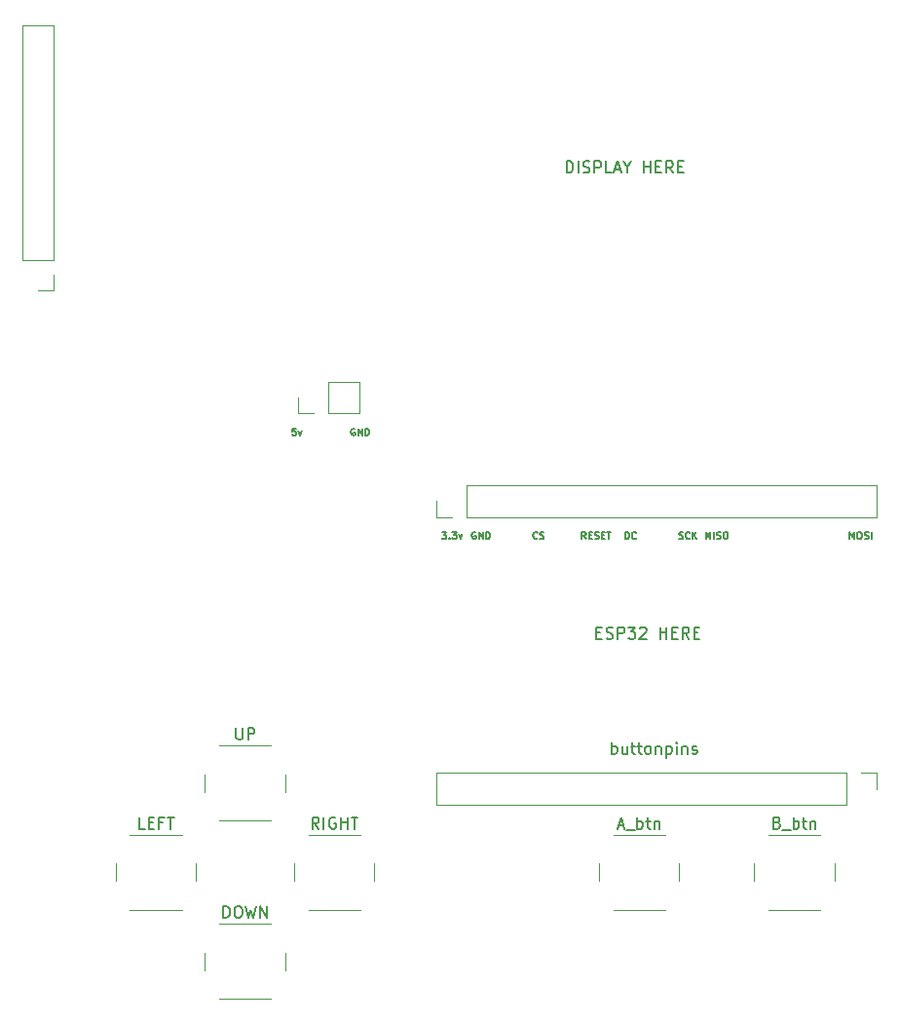
<source format=gbr>
%TF.GenerationSoftware,KiCad,Pcbnew,9.0.2*%
%TF.CreationDate,2025-08-31T18:29:42+02:00*%
%TF.ProjectId,PocketGamePCB,506f636b-6574-4476-916d-655043422e6b,rev?*%
%TF.SameCoordinates,Original*%
%TF.FileFunction,Legend,Top*%
%TF.FilePolarity,Positive*%
%FSLAX46Y46*%
G04 Gerber Fmt 4.6, Leading zero omitted, Abs format (unit mm)*
G04 Created by KiCad (PCBNEW 9.0.2) date 2025-08-31 18:29:42*
%MOMM*%
%LPD*%
G01*
G04 APERTURE LIST*
%ADD10C,0.150000*%
%ADD11C,0.120000*%
G04 APERTURE END LIST*
D10*
X169042857Y-97698342D02*
X168985715Y-97669771D01*
X168985715Y-97669771D02*
X168900000Y-97669771D01*
X168900000Y-97669771D02*
X168814286Y-97698342D01*
X168814286Y-97698342D02*
X168757143Y-97755485D01*
X168757143Y-97755485D02*
X168728572Y-97812628D01*
X168728572Y-97812628D02*
X168700000Y-97926914D01*
X168700000Y-97926914D02*
X168700000Y-98012628D01*
X168700000Y-98012628D02*
X168728572Y-98126914D01*
X168728572Y-98126914D02*
X168757143Y-98184057D01*
X168757143Y-98184057D02*
X168814286Y-98241200D01*
X168814286Y-98241200D02*
X168900000Y-98269771D01*
X168900000Y-98269771D02*
X168957143Y-98269771D01*
X168957143Y-98269771D02*
X169042857Y-98241200D01*
X169042857Y-98241200D02*
X169071429Y-98212628D01*
X169071429Y-98212628D02*
X169071429Y-98012628D01*
X169071429Y-98012628D02*
X168957143Y-98012628D01*
X169328572Y-98269771D02*
X169328572Y-97669771D01*
X169328572Y-97669771D02*
X169671429Y-98269771D01*
X169671429Y-98269771D02*
X169671429Y-97669771D01*
X169957143Y-98269771D02*
X169957143Y-97669771D01*
X169957143Y-97669771D02*
X170100000Y-97669771D01*
X170100000Y-97669771D02*
X170185714Y-97698342D01*
X170185714Y-97698342D02*
X170242857Y-97755485D01*
X170242857Y-97755485D02*
X170271428Y-97812628D01*
X170271428Y-97812628D02*
X170300000Y-97926914D01*
X170300000Y-97926914D02*
X170300000Y-98012628D01*
X170300000Y-98012628D02*
X170271428Y-98126914D01*
X170271428Y-98126914D02*
X170242857Y-98184057D01*
X170242857Y-98184057D02*
X170185714Y-98241200D01*
X170185714Y-98241200D02*
X170100000Y-98269771D01*
X170100000Y-98269771D02*
X169957143Y-98269771D01*
X174400000Y-98212628D02*
X174371428Y-98241200D01*
X174371428Y-98241200D02*
X174285714Y-98269771D01*
X174285714Y-98269771D02*
X174228571Y-98269771D01*
X174228571Y-98269771D02*
X174142857Y-98241200D01*
X174142857Y-98241200D02*
X174085714Y-98184057D01*
X174085714Y-98184057D02*
X174057143Y-98126914D01*
X174057143Y-98126914D02*
X174028571Y-98012628D01*
X174028571Y-98012628D02*
X174028571Y-97926914D01*
X174028571Y-97926914D02*
X174057143Y-97812628D01*
X174057143Y-97812628D02*
X174085714Y-97755485D01*
X174085714Y-97755485D02*
X174142857Y-97698342D01*
X174142857Y-97698342D02*
X174228571Y-97669771D01*
X174228571Y-97669771D02*
X174285714Y-97669771D01*
X174285714Y-97669771D02*
X174371428Y-97698342D01*
X174371428Y-97698342D02*
X174400000Y-97726914D01*
X174628571Y-98241200D02*
X174714286Y-98269771D01*
X174714286Y-98269771D02*
X174857143Y-98269771D01*
X174857143Y-98269771D02*
X174914286Y-98241200D01*
X174914286Y-98241200D02*
X174942857Y-98212628D01*
X174942857Y-98212628D02*
X174971428Y-98155485D01*
X174971428Y-98155485D02*
X174971428Y-98098342D01*
X174971428Y-98098342D02*
X174942857Y-98041200D01*
X174942857Y-98041200D02*
X174914286Y-98012628D01*
X174914286Y-98012628D02*
X174857143Y-97984057D01*
X174857143Y-97984057D02*
X174742857Y-97955485D01*
X174742857Y-97955485D02*
X174685714Y-97926914D01*
X174685714Y-97926914D02*
X174657143Y-97898342D01*
X174657143Y-97898342D02*
X174628571Y-97841200D01*
X174628571Y-97841200D02*
X174628571Y-97784057D01*
X174628571Y-97784057D02*
X174657143Y-97726914D01*
X174657143Y-97726914D02*
X174685714Y-97698342D01*
X174685714Y-97698342D02*
X174742857Y-97669771D01*
X174742857Y-97669771D02*
X174885714Y-97669771D01*
X174885714Y-97669771D02*
X174971428Y-97698342D01*
X182042857Y-98269771D02*
X182042857Y-97669771D01*
X182042857Y-97669771D02*
X182185714Y-97669771D01*
X182185714Y-97669771D02*
X182271428Y-97698342D01*
X182271428Y-97698342D02*
X182328571Y-97755485D01*
X182328571Y-97755485D02*
X182357142Y-97812628D01*
X182357142Y-97812628D02*
X182385714Y-97926914D01*
X182385714Y-97926914D02*
X182385714Y-98012628D01*
X182385714Y-98012628D02*
X182357142Y-98126914D01*
X182357142Y-98126914D02*
X182328571Y-98184057D01*
X182328571Y-98184057D02*
X182271428Y-98241200D01*
X182271428Y-98241200D02*
X182185714Y-98269771D01*
X182185714Y-98269771D02*
X182042857Y-98269771D01*
X182985714Y-98212628D02*
X182957142Y-98241200D01*
X182957142Y-98241200D02*
X182871428Y-98269771D01*
X182871428Y-98269771D02*
X182814285Y-98269771D01*
X182814285Y-98269771D02*
X182728571Y-98241200D01*
X182728571Y-98241200D02*
X182671428Y-98184057D01*
X182671428Y-98184057D02*
X182642857Y-98126914D01*
X182642857Y-98126914D02*
X182614285Y-98012628D01*
X182614285Y-98012628D02*
X182614285Y-97926914D01*
X182614285Y-97926914D02*
X182642857Y-97812628D01*
X182642857Y-97812628D02*
X182671428Y-97755485D01*
X182671428Y-97755485D02*
X182728571Y-97698342D01*
X182728571Y-97698342D02*
X182814285Y-97669771D01*
X182814285Y-97669771D02*
X182871428Y-97669771D01*
X182871428Y-97669771D02*
X182957142Y-97698342D01*
X182957142Y-97698342D02*
X182985714Y-97726914D01*
X166142857Y-97669771D02*
X166514285Y-97669771D01*
X166514285Y-97669771D02*
X166314285Y-97898342D01*
X166314285Y-97898342D02*
X166400000Y-97898342D01*
X166400000Y-97898342D02*
X166457143Y-97926914D01*
X166457143Y-97926914D02*
X166485714Y-97955485D01*
X166485714Y-97955485D02*
X166514285Y-98012628D01*
X166514285Y-98012628D02*
X166514285Y-98155485D01*
X166514285Y-98155485D02*
X166485714Y-98212628D01*
X166485714Y-98212628D02*
X166457143Y-98241200D01*
X166457143Y-98241200D02*
X166400000Y-98269771D01*
X166400000Y-98269771D02*
X166228571Y-98269771D01*
X166228571Y-98269771D02*
X166171428Y-98241200D01*
X166171428Y-98241200D02*
X166142857Y-98212628D01*
X166771429Y-98212628D02*
X166800000Y-98241200D01*
X166800000Y-98241200D02*
X166771429Y-98269771D01*
X166771429Y-98269771D02*
X166742857Y-98241200D01*
X166742857Y-98241200D02*
X166771429Y-98212628D01*
X166771429Y-98212628D02*
X166771429Y-98269771D01*
X167000000Y-97669771D02*
X167371428Y-97669771D01*
X167371428Y-97669771D02*
X167171428Y-97898342D01*
X167171428Y-97898342D02*
X167257143Y-97898342D01*
X167257143Y-97898342D02*
X167314286Y-97926914D01*
X167314286Y-97926914D02*
X167342857Y-97955485D01*
X167342857Y-97955485D02*
X167371428Y-98012628D01*
X167371428Y-98012628D02*
X167371428Y-98155485D01*
X167371428Y-98155485D02*
X167342857Y-98212628D01*
X167342857Y-98212628D02*
X167314286Y-98241200D01*
X167314286Y-98241200D02*
X167257143Y-98269771D01*
X167257143Y-98269771D02*
X167085714Y-98269771D01*
X167085714Y-98269771D02*
X167028571Y-98241200D01*
X167028571Y-98241200D02*
X167000000Y-98212628D01*
X167571429Y-97869771D02*
X167714286Y-98269771D01*
X167714286Y-98269771D02*
X167857143Y-97869771D01*
X186728571Y-98241200D02*
X186814286Y-98269771D01*
X186814286Y-98269771D02*
X186957143Y-98269771D01*
X186957143Y-98269771D02*
X187014286Y-98241200D01*
X187014286Y-98241200D02*
X187042857Y-98212628D01*
X187042857Y-98212628D02*
X187071428Y-98155485D01*
X187071428Y-98155485D02*
X187071428Y-98098342D01*
X187071428Y-98098342D02*
X187042857Y-98041200D01*
X187042857Y-98041200D02*
X187014286Y-98012628D01*
X187014286Y-98012628D02*
X186957143Y-97984057D01*
X186957143Y-97984057D02*
X186842857Y-97955485D01*
X186842857Y-97955485D02*
X186785714Y-97926914D01*
X186785714Y-97926914D02*
X186757143Y-97898342D01*
X186757143Y-97898342D02*
X186728571Y-97841200D01*
X186728571Y-97841200D02*
X186728571Y-97784057D01*
X186728571Y-97784057D02*
X186757143Y-97726914D01*
X186757143Y-97726914D02*
X186785714Y-97698342D01*
X186785714Y-97698342D02*
X186842857Y-97669771D01*
X186842857Y-97669771D02*
X186985714Y-97669771D01*
X186985714Y-97669771D02*
X187071428Y-97698342D01*
X187671429Y-98212628D02*
X187642857Y-98241200D01*
X187642857Y-98241200D02*
X187557143Y-98269771D01*
X187557143Y-98269771D02*
X187500000Y-98269771D01*
X187500000Y-98269771D02*
X187414286Y-98241200D01*
X187414286Y-98241200D02*
X187357143Y-98184057D01*
X187357143Y-98184057D02*
X187328572Y-98126914D01*
X187328572Y-98126914D02*
X187300000Y-98012628D01*
X187300000Y-98012628D02*
X187300000Y-97926914D01*
X187300000Y-97926914D02*
X187328572Y-97812628D01*
X187328572Y-97812628D02*
X187357143Y-97755485D01*
X187357143Y-97755485D02*
X187414286Y-97698342D01*
X187414286Y-97698342D02*
X187500000Y-97669771D01*
X187500000Y-97669771D02*
X187557143Y-97669771D01*
X187557143Y-97669771D02*
X187642857Y-97698342D01*
X187642857Y-97698342D02*
X187671429Y-97726914D01*
X187928572Y-98269771D02*
X187928572Y-97669771D01*
X188271429Y-98269771D02*
X188014286Y-97926914D01*
X188271429Y-97669771D02*
X187928572Y-98012628D01*
X153414285Y-88669771D02*
X153128571Y-88669771D01*
X153128571Y-88669771D02*
X153099999Y-88955485D01*
X153099999Y-88955485D02*
X153128571Y-88926914D01*
X153128571Y-88926914D02*
X153185714Y-88898342D01*
X153185714Y-88898342D02*
X153328571Y-88898342D01*
X153328571Y-88898342D02*
X153385714Y-88926914D01*
X153385714Y-88926914D02*
X153414285Y-88955485D01*
X153414285Y-88955485D02*
X153442856Y-89012628D01*
X153442856Y-89012628D02*
X153442856Y-89155485D01*
X153442856Y-89155485D02*
X153414285Y-89212628D01*
X153414285Y-89212628D02*
X153385714Y-89241200D01*
X153385714Y-89241200D02*
X153328571Y-89269771D01*
X153328571Y-89269771D02*
X153185714Y-89269771D01*
X153185714Y-89269771D02*
X153128571Y-89241200D01*
X153128571Y-89241200D02*
X153099999Y-89212628D01*
X153642857Y-88869771D02*
X153785714Y-89269771D01*
X153785714Y-89269771D02*
X153928571Y-88869771D01*
X201557143Y-98269771D02*
X201557143Y-97669771D01*
X201557143Y-97669771D02*
X201757143Y-98098342D01*
X201757143Y-98098342D02*
X201957143Y-97669771D01*
X201957143Y-97669771D02*
X201957143Y-98269771D01*
X202357142Y-97669771D02*
X202471428Y-97669771D01*
X202471428Y-97669771D02*
X202528571Y-97698342D01*
X202528571Y-97698342D02*
X202585714Y-97755485D01*
X202585714Y-97755485D02*
X202614285Y-97869771D01*
X202614285Y-97869771D02*
X202614285Y-98069771D01*
X202614285Y-98069771D02*
X202585714Y-98184057D01*
X202585714Y-98184057D02*
X202528571Y-98241200D01*
X202528571Y-98241200D02*
X202471428Y-98269771D01*
X202471428Y-98269771D02*
X202357142Y-98269771D01*
X202357142Y-98269771D02*
X202300000Y-98241200D01*
X202300000Y-98241200D02*
X202242857Y-98184057D01*
X202242857Y-98184057D02*
X202214285Y-98069771D01*
X202214285Y-98069771D02*
X202214285Y-97869771D01*
X202214285Y-97869771D02*
X202242857Y-97755485D01*
X202242857Y-97755485D02*
X202300000Y-97698342D01*
X202300000Y-97698342D02*
X202357142Y-97669771D01*
X202842856Y-98241200D02*
X202928571Y-98269771D01*
X202928571Y-98269771D02*
X203071428Y-98269771D01*
X203071428Y-98269771D02*
X203128571Y-98241200D01*
X203128571Y-98241200D02*
X203157142Y-98212628D01*
X203157142Y-98212628D02*
X203185713Y-98155485D01*
X203185713Y-98155485D02*
X203185713Y-98098342D01*
X203185713Y-98098342D02*
X203157142Y-98041200D01*
X203157142Y-98041200D02*
X203128571Y-98012628D01*
X203128571Y-98012628D02*
X203071428Y-97984057D01*
X203071428Y-97984057D02*
X202957142Y-97955485D01*
X202957142Y-97955485D02*
X202899999Y-97926914D01*
X202899999Y-97926914D02*
X202871428Y-97898342D01*
X202871428Y-97898342D02*
X202842856Y-97841200D01*
X202842856Y-97841200D02*
X202842856Y-97784057D01*
X202842856Y-97784057D02*
X202871428Y-97726914D01*
X202871428Y-97726914D02*
X202899999Y-97698342D01*
X202899999Y-97698342D02*
X202957142Y-97669771D01*
X202957142Y-97669771D02*
X203099999Y-97669771D01*
X203099999Y-97669771D02*
X203185713Y-97698342D01*
X203442857Y-98269771D02*
X203442857Y-97669771D01*
X176952381Y-66454819D02*
X176952381Y-65454819D01*
X176952381Y-65454819D02*
X177190476Y-65454819D01*
X177190476Y-65454819D02*
X177333333Y-65502438D01*
X177333333Y-65502438D02*
X177428571Y-65597676D01*
X177428571Y-65597676D02*
X177476190Y-65692914D01*
X177476190Y-65692914D02*
X177523809Y-65883390D01*
X177523809Y-65883390D02*
X177523809Y-66026247D01*
X177523809Y-66026247D02*
X177476190Y-66216723D01*
X177476190Y-66216723D02*
X177428571Y-66311961D01*
X177428571Y-66311961D02*
X177333333Y-66407200D01*
X177333333Y-66407200D02*
X177190476Y-66454819D01*
X177190476Y-66454819D02*
X176952381Y-66454819D01*
X177952381Y-66454819D02*
X177952381Y-65454819D01*
X178380952Y-66407200D02*
X178523809Y-66454819D01*
X178523809Y-66454819D02*
X178761904Y-66454819D01*
X178761904Y-66454819D02*
X178857142Y-66407200D01*
X178857142Y-66407200D02*
X178904761Y-66359580D01*
X178904761Y-66359580D02*
X178952380Y-66264342D01*
X178952380Y-66264342D02*
X178952380Y-66169104D01*
X178952380Y-66169104D02*
X178904761Y-66073866D01*
X178904761Y-66073866D02*
X178857142Y-66026247D01*
X178857142Y-66026247D02*
X178761904Y-65978628D01*
X178761904Y-65978628D02*
X178571428Y-65931009D01*
X178571428Y-65931009D02*
X178476190Y-65883390D01*
X178476190Y-65883390D02*
X178428571Y-65835771D01*
X178428571Y-65835771D02*
X178380952Y-65740533D01*
X178380952Y-65740533D02*
X178380952Y-65645295D01*
X178380952Y-65645295D02*
X178428571Y-65550057D01*
X178428571Y-65550057D02*
X178476190Y-65502438D01*
X178476190Y-65502438D02*
X178571428Y-65454819D01*
X178571428Y-65454819D02*
X178809523Y-65454819D01*
X178809523Y-65454819D02*
X178952380Y-65502438D01*
X179380952Y-66454819D02*
X179380952Y-65454819D01*
X179380952Y-65454819D02*
X179761904Y-65454819D01*
X179761904Y-65454819D02*
X179857142Y-65502438D01*
X179857142Y-65502438D02*
X179904761Y-65550057D01*
X179904761Y-65550057D02*
X179952380Y-65645295D01*
X179952380Y-65645295D02*
X179952380Y-65788152D01*
X179952380Y-65788152D02*
X179904761Y-65883390D01*
X179904761Y-65883390D02*
X179857142Y-65931009D01*
X179857142Y-65931009D02*
X179761904Y-65978628D01*
X179761904Y-65978628D02*
X179380952Y-65978628D01*
X180857142Y-66454819D02*
X180380952Y-66454819D01*
X180380952Y-66454819D02*
X180380952Y-65454819D01*
X181142857Y-66169104D02*
X181619047Y-66169104D01*
X181047619Y-66454819D02*
X181380952Y-65454819D01*
X181380952Y-65454819D02*
X181714285Y-66454819D01*
X182238095Y-65978628D02*
X182238095Y-66454819D01*
X181904762Y-65454819D02*
X182238095Y-65978628D01*
X182238095Y-65978628D02*
X182571428Y-65454819D01*
X183666667Y-66454819D02*
X183666667Y-65454819D01*
X183666667Y-65931009D02*
X184238095Y-65931009D01*
X184238095Y-66454819D02*
X184238095Y-65454819D01*
X184714286Y-65931009D02*
X185047619Y-65931009D01*
X185190476Y-66454819D02*
X184714286Y-66454819D01*
X184714286Y-66454819D02*
X184714286Y-65454819D01*
X184714286Y-65454819D02*
X185190476Y-65454819D01*
X186190476Y-66454819D02*
X185857143Y-65978628D01*
X185619048Y-66454819D02*
X185619048Y-65454819D01*
X185619048Y-65454819D02*
X186000000Y-65454819D01*
X186000000Y-65454819D02*
X186095238Y-65502438D01*
X186095238Y-65502438D02*
X186142857Y-65550057D01*
X186142857Y-65550057D02*
X186190476Y-65645295D01*
X186190476Y-65645295D02*
X186190476Y-65788152D01*
X186190476Y-65788152D02*
X186142857Y-65883390D01*
X186142857Y-65883390D02*
X186095238Y-65931009D01*
X186095238Y-65931009D02*
X186000000Y-65978628D01*
X186000000Y-65978628D02*
X185619048Y-65978628D01*
X186619048Y-65931009D02*
X186952381Y-65931009D01*
X187095238Y-66454819D02*
X186619048Y-66454819D01*
X186619048Y-66454819D02*
X186619048Y-65454819D01*
X186619048Y-65454819D02*
X187095238Y-65454819D01*
X178628571Y-98269771D02*
X178428571Y-97984057D01*
X178285714Y-98269771D02*
X178285714Y-97669771D01*
X178285714Y-97669771D02*
X178514285Y-97669771D01*
X178514285Y-97669771D02*
X178571428Y-97698342D01*
X178571428Y-97698342D02*
X178599999Y-97726914D01*
X178599999Y-97726914D02*
X178628571Y-97784057D01*
X178628571Y-97784057D02*
X178628571Y-97869771D01*
X178628571Y-97869771D02*
X178599999Y-97926914D01*
X178599999Y-97926914D02*
X178571428Y-97955485D01*
X178571428Y-97955485D02*
X178514285Y-97984057D01*
X178514285Y-97984057D02*
X178285714Y-97984057D01*
X178885714Y-97955485D02*
X179085714Y-97955485D01*
X179171428Y-98269771D02*
X178885714Y-98269771D01*
X178885714Y-98269771D02*
X178885714Y-97669771D01*
X178885714Y-97669771D02*
X179171428Y-97669771D01*
X179399999Y-98241200D02*
X179485714Y-98269771D01*
X179485714Y-98269771D02*
X179628571Y-98269771D01*
X179628571Y-98269771D02*
X179685714Y-98241200D01*
X179685714Y-98241200D02*
X179714285Y-98212628D01*
X179714285Y-98212628D02*
X179742856Y-98155485D01*
X179742856Y-98155485D02*
X179742856Y-98098342D01*
X179742856Y-98098342D02*
X179714285Y-98041200D01*
X179714285Y-98041200D02*
X179685714Y-98012628D01*
X179685714Y-98012628D02*
X179628571Y-97984057D01*
X179628571Y-97984057D02*
X179514285Y-97955485D01*
X179514285Y-97955485D02*
X179457142Y-97926914D01*
X179457142Y-97926914D02*
X179428571Y-97898342D01*
X179428571Y-97898342D02*
X179399999Y-97841200D01*
X179399999Y-97841200D02*
X179399999Y-97784057D01*
X179399999Y-97784057D02*
X179428571Y-97726914D01*
X179428571Y-97726914D02*
X179457142Y-97698342D01*
X179457142Y-97698342D02*
X179514285Y-97669771D01*
X179514285Y-97669771D02*
X179657142Y-97669771D01*
X179657142Y-97669771D02*
X179742856Y-97698342D01*
X180000000Y-97955485D02*
X180200000Y-97955485D01*
X180285714Y-98269771D02*
X180000000Y-98269771D01*
X180000000Y-98269771D02*
X180000000Y-97669771D01*
X180000000Y-97669771D02*
X180285714Y-97669771D01*
X180457142Y-97669771D02*
X180800000Y-97669771D01*
X180628571Y-98269771D02*
X180628571Y-97669771D01*
X158542857Y-88698342D02*
X158485715Y-88669771D01*
X158485715Y-88669771D02*
X158400000Y-88669771D01*
X158400000Y-88669771D02*
X158314286Y-88698342D01*
X158314286Y-88698342D02*
X158257143Y-88755485D01*
X158257143Y-88755485D02*
X158228572Y-88812628D01*
X158228572Y-88812628D02*
X158200000Y-88926914D01*
X158200000Y-88926914D02*
X158200000Y-89012628D01*
X158200000Y-89012628D02*
X158228572Y-89126914D01*
X158228572Y-89126914D02*
X158257143Y-89184057D01*
X158257143Y-89184057D02*
X158314286Y-89241200D01*
X158314286Y-89241200D02*
X158400000Y-89269771D01*
X158400000Y-89269771D02*
X158457143Y-89269771D01*
X158457143Y-89269771D02*
X158542857Y-89241200D01*
X158542857Y-89241200D02*
X158571429Y-89212628D01*
X158571429Y-89212628D02*
X158571429Y-89012628D01*
X158571429Y-89012628D02*
X158457143Y-89012628D01*
X158828572Y-89269771D02*
X158828572Y-88669771D01*
X158828572Y-88669771D02*
X159171429Y-89269771D01*
X159171429Y-89269771D02*
X159171429Y-88669771D01*
X159457143Y-89269771D02*
X159457143Y-88669771D01*
X159457143Y-88669771D02*
X159600000Y-88669771D01*
X159600000Y-88669771D02*
X159685714Y-88698342D01*
X159685714Y-88698342D02*
X159742857Y-88755485D01*
X159742857Y-88755485D02*
X159771428Y-88812628D01*
X159771428Y-88812628D02*
X159800000Y-88926914D01*
X159800000Y-88926914D02*
X159800000Y-89012628D01*
X159800000Y-89012628D02*
X159771428Y-89126914D01*
X159771428Y-89126914D02*
X159742857Y-89184057D01*
X159742857Y-89184057D02*
X159685714Y-89241200D01*
X159685714Y-89241200D02*
X159600000Y-89269771D01*
X159600000Y-89269771D02*
X159457143Y-89269771D01*
X189057143Y-98269771D02*
X189057143Y-97669771D01*
X189057143Y-97669771D02*
X189257143Y-98098342D01*
X189257143Y-98098342D02*
X189457143Y-97669771D01*
X189457143Y-97669771D02*
X189457143Y-98269771D01*
X189742857Y-98269771D02*
X189742857Y-97669771D01*
X189999999Y-98241200D02*
X190085714Y-98269771D01*
X190085714Y-98269771D02*
X190228571Y-98269771D01*
X190228571Y-98269771D02*
X190285714Y-98241200D01*
X190285714Y-98241200D02*
X190314285Y-98212628D01*
X190314285Y-98212628D02*
X190342856Y-98155485D01*
X190342856Y-98155485D02*
X190342856Y-98098342D01*
X190342856Y-98098342D02*
X190314285Y-98041200D01*
X190314285Y-98041200D02*
X190285714Y-98012628D01*
X190285714Y-98012628D02*
X190228571Y-97984057D01*
X190228571Y-97984057D02*
X190114285Y-97955485D01*
X190114285Y-97955485D02*
X190057142Y-97926914D01*
X190057142Y-97926914D02*
X190028571Y-97898342D01*
X190028571Y-97898342D02*
X189999999Y-97841200D01*
X189999999Y-97841200D02*
X189999999Y-97784057D01*
X189999999Y-97784057D02*
X190028571Y-97726914D01*
X190028571Y-97726914D02*
X190057142Y-97698342D01*
X190057142Y-97698342D02*
X190114285Y-97669771D01*
X190114285Y-97669771D02*
X190257142Y-97669771D01*
X190257142Y-97669771D02*
X190342856Y-97698342D01*
X190714285Y-97669771D02*
X190828571Y-97669771D01*
X190828571Y-97669771D02*
X190885714Y-97698342D01*
X190885714Y-97698342D02*
X190942857Y-97755485D01*
X190942857Y-97755485D02*
X190971428Y-97869771D01*
X190971428Y-97869771D02*
X190971428Y-98069771D01*
X190971428Y-98069771D02*
X190942857Y-98184057D01*
X190942857Y-98184057D02*
X190885714Y-98241200D01*
X190885714Y-98241200D02*
X190828571Y-98269771D01*
X190828571Y-98269771D02*
X190714285Y-98269771D01*
X190714285Y-98269771D02*
X190657143Y-98241200D01*
X190657143Y-98241200D02*
X190600000Y-98184057D01*
X190600000Y-98184057D02*
X190571428Y-98069771D01*
X190571428Y-98069771D02*
X190571428Y-97869771D01*
X190571428Y-97869771D02*
X190600000Y-97755485D01*
X190600000Y-97755485D02*
X190657143Y-97698342D01*
X190657143Y-97698342D02*
X190714285Y-97669771D01*
X179547619Y-106431009D02*
X179880952Y-106431009D01*
X180023809Y-106954819D02*
X179547619Y-106954819D01*
X179547619Y-106954819D02*
X179547619Y-105954819D01*
X179547619Y-105954819D02*
X180023809Y-105954819D01*
X180404762Y-106907200D02*
X180547619Y-106954819D01*
X180547619Y-106954819D02*
X180785714Y-106954819D01*
X180785714Y-106954819D02*
X180880952Y-106907200D01*
X180880952Y-106907200D02*
X180928571Y-106859580D01*
X180928571Y-106859580D02*
X180976190Y-106764342D01*
X180976190Y-106764342D02*
X180976190Y-106669104D01*
X180976190Y-106669104D02*
X180928571Y-106573866D01*
X180928571Y-106573866D02*
X180880952Y-106526247D01*
X180880952Y-106526247D02*
X180785714Y-106478628D01*
X180785714Y-106478628D02*
X180595238Y-106431009D01*
X180595238Y-106431009D02*
X180500000Y-106383390D01*
X180500000Y-106383390D02*
X180452381Y-106335771D01*
X180452381Y-106335771D02*
X180404762Y-106240533D01*
X180404762Y-106240533D02*
X180404762Y-106145295D01*
X180404762Y-106145295D02*
X180452381Y-106050057D01*
X180452381Y-106050057D02*
X180500000Y-106002438D01*
X180500000Y-106002438D02*
X180595238Y-105954819D01*
X180595238Y-105954819D02*
X180833333Y-105954819D01*
X180833333Y-105954819D02*
X180976190Y-106002438D01*
X181404762Y-106954819D02*
X181404762Y-105954819D01*
X181404762Y-105954819D02*
X181785714Y-105954819D01*
X181785714Y-105954819D02*
X181880952Y-106002438D01*
X181880952Y-106002438D02*
X181928571Y-106050057D01*
X181928571Y-106050057D02*
X181976190Y-106145295D01*
X181976190Y-106145295D02*
X181976190Y-106288152D01*
X181976190Y-106288152D02*
X181928571Y-106383390D01*
X181928571Y-106383390D02*
X181880952Y-106431009D01*
X181880952Y-106431009D02*
X181785714Y-106478628D01*
X181785714Y-106478628D02*
X181404762Y-106478628D01*
X182309524Y-105954819D02*
X182928571Y-105954819D01*
X182928571Y-105954819D02*
X182595238Y-106335771D01*
X182595238Y-106335771D02*
X182738095Y-106335771D01*
X182738095Y-106335771D02*
X182833333Y-106383390D01*
X182833333Y-106383390D02*
X182880952Y-106431009D01*
X182880952Y-106431009D02*
X182928571Y-106526247D01*
X182928571Y-106526247D02*
X182928571Y-106764342D01*
X182928571Y-106764342D02*
X182880952Y-106859580D01*
X182880952Y-106859580D02*
X182833333Y-106907200D01*
X182833333Y-106907200D02*
X182738095Y-106954819D01*
X182738095Y-106954819D02*
X182452381Y-106954819D01*
X182452381Y-106954819D02*
X182357143Y-106907200D01*
X182357143Y-106907200D02*
X182309524Y-106859580D01*
X183309524Y-106050057D02*
X183357143Y-106002438D01*
X183357143Y-106002438D02*
X183452381Y-105954819D01*
X183452381Y-105954819D02*
X183690476Y-105954819D01*
X183690476Y-105954819D02*
X183785714Y-106002438D01*
X183785714Y-106002438D02*
X183833333Y-106050057D01*
X183833333Y-106050057D02*
X183880952Y-106145295D01*
X183880952Y-106145295D02*
X183880952Y-106240533D01*
X183880952Y-106240533D02*
X183833333Y-106383390D01*
X183833333Y-106383390D02*
X183261905Y-106954819D01*
X183261905Y-106954819D02*
X183880952Y-106954819D01*
X185071429Y-106954819D02*
X185071429Y-105954819D01*
X185071429Y-106431009D02*
X185642857Y-106431009D01*
X185642857Y-106954819D02*
X185642857Y-105954819D01*
X186119048Y-106431009D02*
X186452381Y-106431009D01*
X186595238Y-106954819D02*
X186119048Y-106954819D01*
X186119048Y-106954819D02*
X186119048Y-105954819D01*
X186119048Y-105954819D02*
X186595238Y-105954819D01*
X187595238Y-106954819D02*
X187261905Y-106478628D01*
X187023810Y-106954819D02*
X187023810Y-105954819D01*
X187023810Y-105954819D02*
X187404762Y-105954819D01*
X187404762Y-105954819D02*
X187500000Y-106002438D01*
X187500000Y-106002438D02*
X187547619Y-106050057D01*
X187547619Y-106050057D02*
X187595238Y-106145295D01*
X187595238Y-106145295D02*
X187595238Y-106288152D01*
X187595238Y-106288152D02*
X187547619Y-106383390D01*
X187547619Y-106383390D02*
X187500000Y-106431009D01*
X187500000Y-106431009D02*
X187404762Y-106478628D01*
X187404762Y-106478628D02*
X187023810Y-106478628D01*
X188023810Y-106431009D02*
X188357143Y-106431009D01*
X188500000Y-106954819D02*
X188023810Y-106954819D01*
X188023810Y-106954819D02*
X188023810Y-105954819D01*
X188023810Y-105954819D02*
X188500000Y-105954819D01*
X180859523Y-116954819D02*
X180859523Y-115954819D01*
X180859523Y-116335771D02*
X180954761Y-116288152D01*
X180954761Y-116288152D02*
X181145237Y-116288152D01*
X181145237Y-116288152D02*
X181240475Y-116335771D01*
X181240475Y-116335771D02*
X181288094Y-116383390D01*
X181288094Y-116383390D02*
X181335713Y-116478628D01*
X181335713Y-116478628D02*
X181335713Y-116764342D01*
X181335713Y-116764342D02*
X181288094Y-116859580D01*
X181288094Y-116859580D02*
X181240475Y-116907200D01*
X181240475Y-116907200D02*
X181145237Y-116954819D01*
X181145237Y-116954819D02*
X180954761Y-116954819D01*
X180954761Y-116954819D02*
X180859523Y-116907200D01*
X182192856Y-116288152D02*
X182192856Y-116954819D01*
X181764285Y-116288152D02*
X181764285Y-116811961D01*
X181764285Y-116811961D02*
X181811904Y-116907200D01*
X181811904Y-116907200D02*
X181907142Y-116954819D01*
X181907142Y-116954819D02*
X182049999Y-116954819D01*
X182049999Y-116954819D02*
X182145237Y-116907200D01*
X182145237Y-116907200D02*
X182192856Y-116859580D01*
X182526190Y-116288152D02*
X182907142Y-116288152D01*
X182669047Y-115954819D02*
X182669047Y-116811961D01*
X182669047Y-116811961D02*
X182716666Y-116907200D01*
X182716666Y-116907200D02*
X182811904Y-116954819D01*
X182811904Y-116954819D02*
X182907142Y-116954819D01*
X183097619Y-116288152D02*
X183478571Y-116288152D01*
X183240476Y-115954819D02*
X183240476Y-116811961D01*
X183240476Y-116811961D02*
X183288095Y-116907200D01*
X183288095Y-116907200D02*
X183383333Y-116954819D01*
X183383333Y-116954819D02*
X183478571Y-116954819D01*
X183954762Y-116954819D02*
X183859524Y-116907200D01*
X183859524Y-116907200D02*
X183811905Y-116859580D01*
X183811905Y-116859580D02*
X183764286Y-116764342D01*
X183764286Y-116764342D02*
X183764286Y-116478628D01*
X183764286Y-116478628D02*
X183811905Y-116383390D01*
X183811905Y-116383390D02*
X183859524Y-116335771D01*
X183859524Y-116335771D02*
X183954762Y-116288152D01*
X183954762Y-116288152D02*
X184097619Y-116288152D01*
X184097619Y-116288152D02*
X184192857Y-116335771D01*
X184192857Y-116335771D02*
X184240476Y-116383390D01*
X184240476Y-116383390D02*
X184288095Y-116478628D01*
X184288095Y-116478628D02*
X184288095Y-116764342D01*
X184288095Y-116764342D02*
X184240476Y-116859580D01*
X184240476Y-116859580D02*
X184192857Y-116907200D01*
X184192857Y-116907200D02*
X184097619Y-116954819D01*
X184097619Y-116954819D02*
X183954762Y-116954819D01*
X184716667Y-116288152D02*
X184716667Y-116954819D01*
X184716667Y-116383390D02*
X184764286Y-116335771D01*
X184764286Y-116335771D02*
X184859524Y-116288152D01*
X184859524Y-116288152D02*
X185002381Y-116288152D01*
X185002381Y-116288152D02*
X185097619Y-116335771D01*
X185097619Y-116335771D02*
X185145238Y-116431009D01*
X185145238Y-116431009D02*
X185145238Y-116954819D01*
X185621429Y-116288152D02*
X185621429Y-117288152D01*
X185621429Y-116335771D02*
X185716667Y-116288152D01*
X185716667Y-116288152D02*
X185907143Y-116288152D01*
X185907143Y-116288152D02*
X186002381Y-116335771D01*
X186002381Y-116335771D02*
X186050000Y-116383390D01*
X186050000Y-116383390D02*
X186097619Y-116478628D01*
X186097619Y-116478628D02*
X186097619Y-116764342D01*
X186097619Y-116764342D02*
X186050000Y-116859580D01*
X186050000Y-116859580D02*
X186002381Y-116907200D01*
X186002381Y-116907200D02*
X185907143Y-116954819D01*
X185907143Y-116954819D02*
X185716667Y-116954819D01*
X185716667Y-116954819D02*
X185621429Y-116907200D01*
X186526191Y-116954819D02*
X186526191Y-116288152D01*
X186526191Y-115954819D02*
X186478572Y-116002438D01*
X186478572Y-116002438D02*
X186526191Y-116050057D01*
X186526191Y-116050057D02*
X186573810Y-116002438D01*
X186573810Y-116002438D02*
X186526191Y-115954819D01*
X186526191Y-115954819D02*
X186526191Y-116050057D01*
X187002381Y-116288152D02*
X187002381Y-116954819D01*
X187002381Y-116383390D02*
X187050000Y-116335771D01*
X187050000Y-116335771D02*
X187145238Y-116288152D01*
X187145238Y-116288152D02*
X187288095Y-116288152D01*
X187288095Y-116288152D02*
X187383333Y-116335771D01*
X187383333Y-116335771D02*
X187430952Y-116431009D01*
X187430952Y-116431009D02*
X187430952Y-116954819D01*
X187859524Y-116907200D02*
X187954762Y-116954819D01*
X187954762Y-116954819D02*
X188145238Y-116954819D01*
X188145238Y-116954819D02*
X188240476Y-116907200D01*
X188240476Y-116907200D02*
X188288095Y-116811961D01*
X188288095Y-116811961D02*
X188288095Y-116764342D01*
X188288095Y-116764342D02*
X188240476Y-116669104D01*
X188240476Y-116669104D02*
X188145238Y-116621485D01*
X188145238Y-116621485D02*
X188002381Y-116621485D01*
X188002381Y-116621485D02*
X187907143Y-116573866D01*
X187907143Y-116573866D02*
X187859524Y-116478628D01*
X187859524Y-116478628D02*
X187859524Y-116431009D01*
X187859524Y-116431009D02*
X187907143Y-116335771D01*
X187907143Y-116335771D02*
X188002381Y-116288152D01*
X188002381Y-116288152D02*
X188145238Y-116288152D01*
X188145238Y-116288152D02*
X188240476Y-116335771D01*
X148214286Y-114704819D02*
X148214286Y-115514342D01*
X148214286Y-115514342D02*
X148261905Y-115609580D01*
X148261905Y-115609580D02*
X148309524Y-115657200D01*
X148309524Y-115657200D02*
X148404762Y-115704819D01*
X148404762Y-115704819D02*
X148595238Y-115704819D01*
X148595238Y-115704819D02*
X148690476Y-115657200D01*
X148690476Y-115657200D02*
X148738095Y-115609580D01*
X148738095Y-115609580D02*
X148785714Y-115514342D01*
X148785714Y-115514342D02*
X148785714Y-114704819D01*
X149261905Y-115704819D02*
X149261905Y-114704819D01*
X149261905Y-114704819D02*
X149642857Y-114704819D01*
X149642857Y-114704819D02*
X149738095Y-114752438D01*
X149738095Y-114752438D02*
X149785714Y-114800057D01*
X149785714Y-114800057D02*
X149833333Y-114895295D01*
X149833333Y-114895295D02*
X149833333Y-115038152D01*
X149833333Y-115038152D02*
X149785714Y-115133390D01*
X149785714Y-115133390D02*
X149738095Y-115181009D01*
X149738095Y-115181009D02*
X149642857Y-115228628D01*
X149642857Y-115228628D02*
X149261905Y-115228628D01*
X140297618Y-123454819D02*
X139821428Y-123454819D01*
X139821428Y-123454819D02*
X139821428Y-122454819D01*
X140630952Y-122931009D02*
X140964285Y-122931009D01*
X141107142Y-123454819D02*
X140630952Y-123454819D01*
X140630952Y-123454819D02*
X140630952Y-122454819D01*
X140630952Y-122454819D02*
X141107142Y-122454819D01*
X141869047Y-122931009D02*
X141535714Y-122931009D01*
X141535714Y-123454819D02*
X141535714Y-122454819D01*
X141535714Y-122454819D02*
X142011904Y-122454819D01*
X142250000Y-122454819D02*
X142821428Y-122454819D01*
X142535714Y-123454819D02*
X142535714Y-122454819D01*
X155416666Y-123454819D02*
X155083333Y-122978628D01*
X154845238Y-123454819D02*
X154845238Y-122454819D01*
X154845238Y-122454819D02*
X155226190Y-122454819D01*
X155226190Y-122454819D02*
X155321428Y-122502438D01*
X155321428Y-122502438D02*
X155369047Y-122550057D01*
X155369047Y-122550057D02*
X155416666Y-122645295D01*
X155416666Y-122645295D02*
X155416666Y-122788152D01*
X155416666Y-122788152D02*
X155369047Y-122883390D01*
X155369047Y-122883390D02*
X155321428Y-122931009D01*
X155321428Y-122931009D02*
X155226190Y-122978628D01*
X155226190Y-122978628D02*
X154845238Y-122978628D01*
X155845238Y-123454819D02*
X155845238Y-122454819D01*
X156845237Y-122502438D02*
X156749999Y-122454819D01*
X156749999Y-122454819D02*
X156607142Y-122454819D01*
X156607142Y-122454819D02*
X156464285Y-122502438D01*
X156464285Y-122502438D02*
X156369047Y-122597676D01*
X156369047Y-122597676D02*
X156321428Y-122692914D01*
X156321428Y-122692914D02*
X156273809Y-122883390D01*
X156273809Y-122883390D02*
X156273809Y-123026247D01*
X156273809Y-123026247D02*
X156321428Y-123216723D01*
X156321428Y-123216723D02*
X156369047Y-123311961D01*
X156369047Y-123311961D02*
X156464285Y-123407200D01*
X156464285Y-123407200D02*
X156607142Y-123454819D01*
X156607142Y-123454819D02*
X156702380Y-123454819D01*
X156702380Y-123454819D02*
X156845237Y-123407200D01*
X156845237Y-123407200D02*
X156892856Y-123359580D01*
X156892856Y-123359580D02*
X156892856Y-123026247D01*
X156892856Y-123026247D02*
X156702380Y-123026247D01*
X157321428Y-123454819D02*
X157321428Y-122454819D01*
X157321428Y-122931009D02*
X157892856Y-122931009D01*
X157892856Y-123454819D02*
X157892856Y-122454819D01*
X158226190Y-122454819D02*
X158797618Y-122454819D01*
X158511904Y-123454819D02*
X158511904Y-122454819D01*
X147119048Y-131204819D02*
X147119048Y-130204819D01*
X147119048Y-130204819D02*
X147357143Y-130204819D01*
X147357143Y-130204819D02*
X147500000Y-130252438D01*
X147500000Y-130252438D02*
X147595238Y-130347676D01*
X147595238Y-130347676D02*
X147642857Y-130442914D01*
X147642857Y-130442914D02*
X147690476Y-130633390D01*
X147690476Y-130633390D02*
X147690476Y-130776247D01*
X147690476Y-130776247D02*
X147642857Y-130966723D01*
X147642857Y-130966723D02*
X147595238Y-131061961D01*
X147595238Y-131061961D02*
X147500000Y-131157200D01*
X147500000Y-131157200D02*
X147357143Y-131204819D01*
X147357143Y-131204819D02*
X147119048Y-131204819D01*
X148309524Y-130204819D02*
X148500000Y-130204819D01*
X148500000Y-130204819D02*
X148595238Y-130252438D01*
X148595238Y-130252438D02*
X148690476Y-130347676D01*
X148690476Y-130347676D02*
X148738095Y-130538152D01*
X148738095Y-130538152D02*
X148738095Y-130871485D01*
X148738095Y-130871485D02*
X148690476Y-131061961D01*
X148690476Y-131061961D02*
X148595238Y-131157200D01*
X148595238Y-131157200D02*
X148500000Y-131204819D01*
X148500000Y-131204819D02*
X148309524Y-131204819D01*
X148309524Y-131204819D02*
X148214286Y-131157200D01*
X148214286Y-131157200D02*
X148119048Y-131061961D01*
X148119048Y-131061961D02*
X148071429Y-130871485D01*
X148071429Y-130871485D02*
X148071429Y-130538152D01*
X148071429Y-130538152D02*
X148119048Y-130347676D01*
X148119048Y-130347676D02*
X148214286Y-130252438D01*
X148214286Y-130252438D02*
X148309524Y-130204819D01*
X149071429Y-130204819D02*
X149309524Y-131204819D01*
X149309524Y-131204819D02*
X149500000Y-130490533D01*
X149500000Y-130490533D02*
X149690476Y-131204819D01*
X149690476Y-131204819D02*
X149928572Y-130204819D01*
X150309524Y-131204819D02*
X150309524Y-130204819D01*
X150309524Y-130204819D02*
X150880952Y-131204819D01*
X150880952Y-131204819D02*
X150880952Y-130204819D01*
X181440476Y-123169104D02*
X181916666Y-123169104D01*
X181345238Y-123454819D02*
X181678571Y-122454819D01*
X181678571Y-122454819D02*
X182011904Y-123454819D01*
X182107143Y-123550057D02*
X182869047Y-123550057D01*
X183107143Y-123454819D02*
X183107143Y-122454819D01*
X183107143Y-122835771D02*
X183202381Y-122788152D01*
X183202381Y-122788152D02*
X183392857Y-122788152D01*
X183392857Y-122788152D02*
X183488095Y-122835771D01*
X183488095Y-122835771D02*
X183535714Y-122883390D01*
X183535714Y-122883390D02*
X183583333Y-122978628D01*
X183583333Y-122978628D02*
X183583333Y-123264342D01*
X183583333Y-123264342D02*
X183535714Y-123359580D01*
X183535714Y-123359580D02*
X183488095Y-123407200D01*
X183488095Y-123407200D02*
X183392857Y-123454819D01*
X183392857Y-123454819D02*
X183202381Y-123454819D01*
X183202381Y-123454819D02*
X183107143Y-123407200D01*
X183869048Y-122788152D02*
X184250000Y-122788152D01*
X184011905Y-122454819D02*
X184011905Y-123311961D01*
X184011905Y-123311961D02*
X184059524Y-123407200D01*
X184059524Y-123407200D02*
X184154762Y-123454819D01*
X184154762Y-123454819D02*
X184250000Y-123454819D01*
X184583334Y-122788152D02*
X184583334Y-123454819D01*
X184583334Y-122883390D02*
X184630953Y-122835771D01*
X184630953Y-122835771D02*
X184726191Y-122788152D01*
X184726191Y-122788152D02*
X184869048Y-122788152D01*
X184869048Y-122788152D02*
X184964286Y-122835771D01*
X184964286Y-122835771D02*
X185011905Y-122931009D01*
X185011905Y-122931009D02*
X185011905Y-123454819D01*
X195249999Y-122931009D02*
X195392856Y-122978628D01*
X195392856Y-122978628D02*
X195440475Y-123026247D01*
X195440475Y-123026247D02*
X195488094Y-123121485D01*
X195488094Y-123121485D02*
X195488094Y-123264342D01*
X195488094Y-123264342D02*
X195440475Y-123359580D01*
X195440475Y-123359580D02*
X195392856Y-123407200D01*
X195392856Y-123407200D02*
X195297618Y-123454819D01*
X195297618Y-123454819D02*
X194916666Y-123454819D01*
X194916666Y-123454819D02*
X194916666Y-122454819D01*
X194916666Y-122454819D02*
X195249999Y-122454819D01*
X195249999Y-122454819D02*
X195345237Y-122502438D01*
X195345237Y-122502438D02*
X195392856Y-122550057D01*
X195392856Y-122550057D02*
X195440475Y-122645295D01*
X195440475Y-122645295D02*
X195440475Y-122740533D01*
X195440475Y-122740533D02*
X195392856Y-122835771D01*
X195392856Y-122835771D02*
X195345237Y-122883390D01*
X195345237Y-122883390D02*
X195249999Y-122931009D01*
X195249999Y-122931009D02*
X194916666Y-122931009D01*
X195678571Y-123550057D02*
X196440475Y-123550057D01*
X196678571Y-123454819D02*
X196678571Y-122454819D01*
X196678571Y-122835771D02*
X196773809Y-122788152D01*
X196773809Y-122788152D02*
X196964285Y-122788152D01*
X196964285Y-122788152D02*
X197059523Y-122835771D01*
X197059523Y-122835771D02*
X197107142Y-122883390D01*
X197107142Y-122883390D02*
X197154761Y-122978628D01*
X197154761Y-122978628D02*
X197154761Y-123264342D01*
X197154761Y-123264342D02*
X197107142Y-123359580D01*
X197107142Y-123359580D02*
X197059523Y-123407200D01*
X197059523Y-123407200D02*
X196964285Y-123454819D01*
X196964285Y-123454819D02*
X196773809Y-123454819D01*
X196773809Y-123454819D02*
X196678571Y-123407200D01*
X197440476Y-122788152D02*
X197821428Y-122788152D01*
X197583333Y-122454819D02*
X197583333Y-123311961D01*
X197583333Y-123311961D02*
X197630952Y-123407200D01*
X197630952Y-123407200D02*
X197726190Y-123454819D01*
X197726190Y-123454819D02*
X197821428Y-123454819D01*
X198154762Y-122788152D02*
X198154762Y-123454819D01*
X198154762Y-122883390D02*
X198202381Y-122835771D01*
X198202381Y-122835771D02*
X198297619Y-122788152D01*
X198297619Y-122788152D02*
X198440476Y-122788152D01*
X198440476Y-122788152D02*
X198535714Y-122835771D01*
X198535714Y-122835771D02*
X198583333Y-122931009D01*
X198583333Y-122931009D02*
X198583333Y-123454819D01*
D11*
%TO.C,buttonpins*%
X165610000Y-118620000D02*
X165610000Y-121380000D01*
X201280000Y-118620000D02*
X165610000Y-118620000D01*
X201280000Y-118620000D02*
X201280000Y-121380000D01*
X201280000Y-121380000D02*
X165610000Y-121380000D01*
X202550000Y-118620000D02*
X203930000Y-118620000D01*
X203930000Y-118620000D02*
X203930000Y-120000000D01*
%TO.C,UP*%
X145500000Y-118750000D02*
X145500000Y-120250000D01*
X146750000Y-122750000D02*
X151250000Y-122750000D01*
X151250000Y-116250000D02*
X146750000Y-116250000D01*
X152500000Y-120250000D02*
X152500000Y-118750000D01*
%TO.C,LEFT*%
X137750000Y-126500000D02*
X137750000Y-128000000D01*
X139000000Y-130500000D02*
X143500000Y-130500000D01*
X143500000Y-124000000D02*
X139000000Y-124000000D01*
X144750000Y-128000000D02*
X144750000Y-126500000D01*
%TO.C,RIGHT*%
X153250000Y-126500000D02*
X153250000Y-128000000D01*
X154500000Y-130500000D02*
X159000000Y-130500000D01*
X159000000Y-124000000D02*
X154500000Y-124000000D01*
X160250000Y-128000000D02*
X160250000Y-126500000D01*
%TO.C,DOWN*%
X145500000Y-134250000D02*
X145500000Y-135750000D01*
X146750000Y-138250000D02*
X151250000Y-138250000D01*
X151250000Y-131750000D02*
X146750000Y-131750000D01*
X152500000Y-135750000D02*
X152500000Y-134250000D01*
%TO.C,A_btn*%
X179750000Y-126500000D02*
X179750000Y-128000000D01*
X181000000Y-130500000D02*
X185500000Y-130500000D01*
X185500000Y-124000000D02*
X181000000Y-124000000D01*
X186750000Y-128000000D02*
X186750000Y-126500000D01*
%TO.C,J2*%
X129620000Y-74050000D02*
X129620000Y-53620000D01*
X132380000Y-53620000D02*
X129620000Y-53620000D01*
X132380000Y-74050000D02*
X129620000Y-74050000D01*
X132380000Y-74050000D02*
X132380000Y-53620000D01*
X132380000Y-75320000D02*
X132380000Y-76700000D01*
X132380000Y-76700000D02*
X131000000Y-76700000D01*
%TO.C,J1*%
X165620000Y-96380000D02*
X165620000Y-95000000D01*
X167000000Y-96380000D02*
X165620000Y-96380000D01*
X168270000Y-93620000D02*
X203940000Y-93620000D01*
X168270000Y-96380000D02*
X168270000Y-93620000D01*
X168270000Y-96380000D02*
X203940000Y-96380000D01*
X203940000Y-96380000D02*
X203940000Y-93620000D01*
%TO.C,5v*%
X153620000Y-87380000D02*
X153620000Y-86000000D01*
X155000000Y-87380000D02*
X153620000Y-87380000D01*
X156270000Y-84620000D02*
X158920000Y-84620000D01*
X156270000Y-87380000D02*
X156270000Y-84620000D01*
X156270000Y-87380000D02*
X158920000Y-87380000D01*
X158920000Y-87380000D02*
X158920000Y-84620000D01*
%TO.C,B_btn*%
X193250000Y-126500000D02*
X193250000Y-128000000D01*
X194500000Y-130500000D02*
X199000000Y-130500000D01*
X199000000Y-124000000D02*
X194500000Y-124000000D01*
X200250000Y-128000000D02*
X200250000Y-126500000D01*
%TD*%
M02*

</source>
